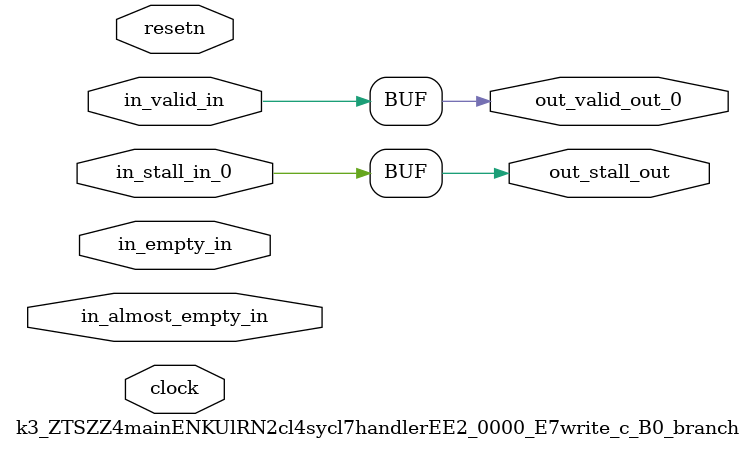
<source format=sv>



(* altera_attribute = "-name AUTO_SHIFT_REGISTER_RECOGNITION OFF; -name MESSAGE_DISABLE 10036; -name MESSAGE_DISABLE 10037; -name MESSAGE_DISABLE 14130; -name MESSAGE_DISABLE 14320; -name MESSAGE_DISABLE 15400; -name MESSAGE_DISABLE 14130; -name MESSAGE_DISABLE 10036; -name MESSAGE_DISABLE 12020; -name MESSAGE_DISABLE 12030; -name MESSAGE_DISABLE 12010; -name MESSAGE_DISABLE 12110; -name MESSAGE_DISABLE 14320; -name MESSAGE_DISABLE 13410; -name MESSAGE_DISABLE 113007; -name MESSAGE_DISABLE 10958" *)
module k3_ZTSZZ4mainENKUlRN2cl4sycl7handlerEE2_0000_E7write_c_B0_branch (
    input wire [0:0] in_almost_empty_in,
    input wire [0:0] in_empty_in,
    input wire [0:0] in_stall_in_0,
    input wire [0:0] in_valid_in,
    output wire [0:0] out_stall_out,
    output wire [0:0] out_valid_out_0,
    input wire clock,
    input wire resetn
    );

    reg [0:0] rst_sync_rst_sclrn;


    // out_stall_out(GPOUT,6)
    assign out_stall_out = in_stall_in_0;

    // out_valid_out_0(GPOUT,7)
    assign out_valid_out_0 = in_valid_in;

    // rst_sync(RESETSYNC,8)
    acl_reset_handler #(
        .ASYNC_RESET(0),
        .USE_SYNCHRONIZER(1),
        .PULSE_EXTENSION(0),
        .PIPE_DEPTH(3),
        .DUPLICATE(1)
    ) therst_sync (
        .clk(clock),
        .i_resetn(resetn),
        .o_sclrn(rst_sync_rst_sclrn)
    );

endmodule

</source>
